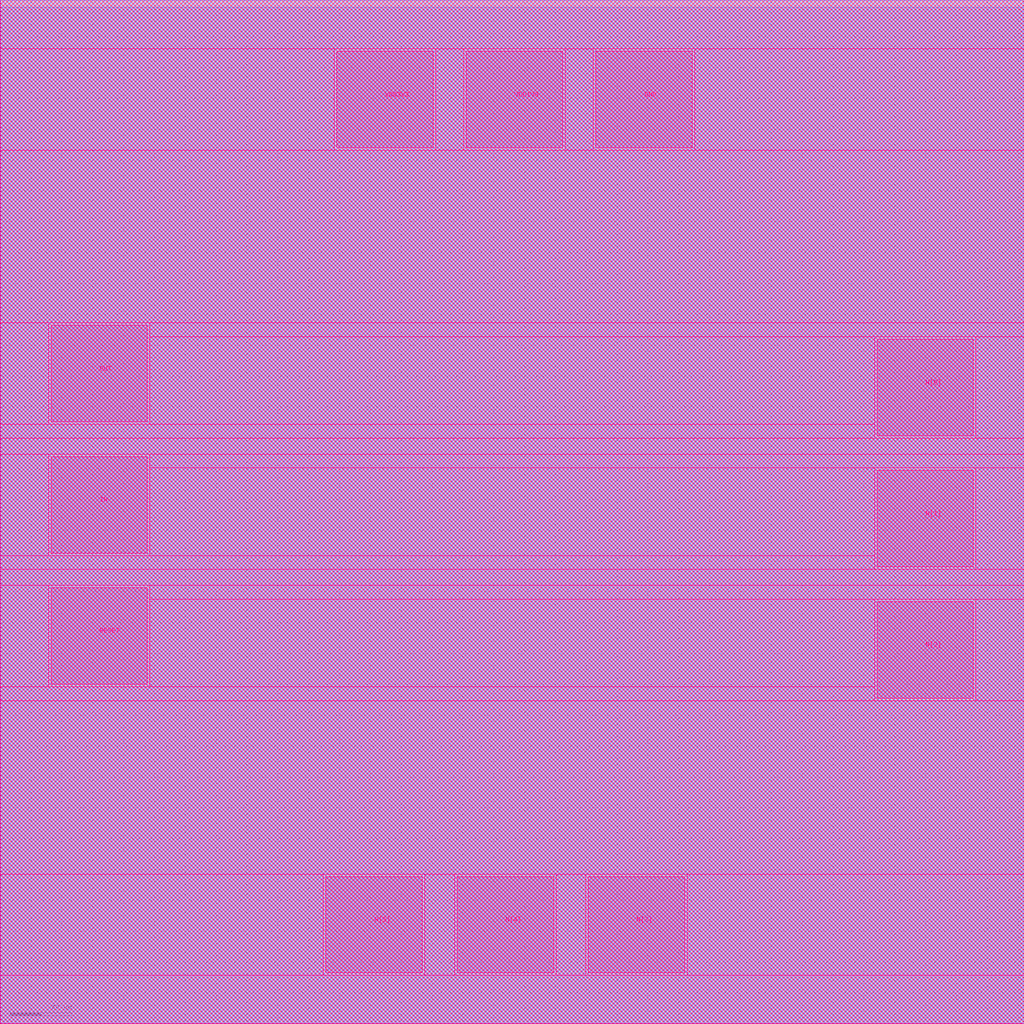
<source format=lef>
VERSION 5.7 ;
  NAMESCASESENSITIVE ON ;
  NOWIREEXTENSIONATPIN ON ;
  DIVIDERCHAR "/" ;
  BUSBITCHARS "[]" ;
UNITS
  DATABASE MICRONS 200 ;
END UNITS

MACRO frequency_divid
  CLASS BLOCK ;
  FOREIGN frequency_divid ;
  ORIGIN 0.000 0.000 ;
  SIZE 664.000 BY 664.000 ;
  PIN RESET
    PORT
      LAYER met5 ;
        RECT 32.990 220.200 95.440 282.800 ;
    END
  END RESET
  PIN IN
    PORT
      LAYER met5 ;
        RECT 32.990 305.200 95.440 367.800 ;
    END
  END IN
  PIN OUT
    PORT
      LAYER met5 ;
        RECT 32.990 390.200 95.440 452.800 ;
    END
  END OUT
  PIN VDD3V3
    PORT
      LAYER met5 ;
        RECT 218.100 568.010 280.800 630.625 ;
    END
  END VDD3V3
  PIN VDD1V8
    PORT
      LAYER met5 ;
        RECT 302.100 568.010 364.800 630.625 ;
    END
  END VDD1V8
  PIN GND
    PORT
      LAYER met5 ;
        RECT 386.100 568.010 448.800 630.625 ;
    END
  END GND
  PIN N[0]
    PORT
      LAYER met5 ;
        RECT 568.560 381.200 631.010 443.800 ;
    END
  END N[0]
  PIN N[1]
    PORT
      LAYER met5 ;
        RECT 568.560 296.200 631.010 358.800 ;
    END
  END N[1]
  PIN N[2]
    PORT
      LAYER met5 ;
        RECT 568.560 211.200 631.010 273.800 ;
    END
  END N[2]
  PIN N[3]
    PORT
      LAYER met5 ;
        RECT 381.200 32.990 443.800 95.440 ;
    END
  END N[3]
  PIN N[4]
    PORT
      LAYER met5 ;
        RECT 296.200 32.990 358.800 95.440 ;
    END
  END N[4]
  PIN N[5]
    PORT
      LAYER met5 ;
        RECT 211.200 32.990 273.800 95.440 ;
    END
  END N[5]
  OBS
      LAYER li1 ;
        RECT 0.295 0.295 663.705 663.695 ;
      LAYER met1 ;
        RECT 0.000 0.000 664.000 663.725 ;
      LAYER met2 ;
        RECT 0.000 0.000 664.000 659.075 ;
      LAYER met3 ;
        RECT 0.000 0.000 664.000 664.000 ;
      LAYER met4 ;
        RECT 0.000 0.000 664.000 664.000 ;
      LAYER met5 ;
        RECT 0.000 632.225 664.000 664.000 ;
        RECT 0.000 566.410 216.500 632.225 ;
        RECT 282.400 566.410 300.500 632.225 ;
        RECT 366.400 566.410 384.500 632.225 ;
        RECT 450.400 566.410 664.000 632.225 ;
        RECT 0.000 454.400 664.000 566.410 ;
        RECT 0.000 388.600 31.390 454.400 ;
        RECT 97.040 445.400 664.000 454.400 ;
        RECT 97.040 388.600 566.960 445.400 ;
        RECT 0.000 379.600 566.960 388.600 ;
        RECT 632.610 379.600 664.000 445.400 ;
        RECT 0.000 369.400 664.000 379.600 ;
        RECT 0.000 303.600 31.390 369.400 ;
        RECT 97.040 360.400 664.000 369.400 ;
        RECT 97.040 303.600 566.960 360.400 ;
        RECT 0.000 294.600 566.960 303.600 ;
        RECT 632.610 294.600 664.000 360.400 ;
        RECT 0.000 284.400 664.000 294.600 ;
        RECT 0.000 218.600 31.390 284.400 ;
        RECT 97.040 275.400 664.000 284.400 ;
        RECT 97.040 218.600 566.960 275.400 ;
        RECT 0.000 209.600 566.960 218.600 ;
        RECT 632.610 209.600 664.000 275.400 ;
        RECT 0.000 97.040 664.000 209.600 ;
        RECT 0.000 31.390 209.600 97.040 ;
        RECT 275.400 31.390 294.600 97.040 ;
        RECT 360.400 31.390 379.600 97.040 ;
        RECT 445.400 31.390 664.000 97.040 ;
        RECT 0.000 0.000 664.000 31.390 ;
  END
END frequency_divid

</source>
